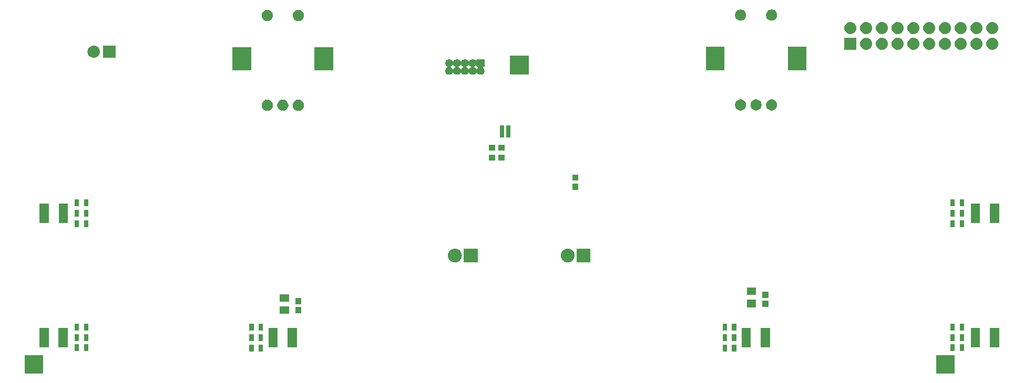
<source format=gbr>
G04 #@! TF.GenerationSoftware,KiCad,Pcbnew,5.0.2-bee76a0~70~ubuntu18.04.1*
G04 #@! TF.CreationDate,2019-04-15T14:09:08+02:00*
G04 #@! TF.ProjectId,top-board,746f702d-626f-4617-9264-2e6b69636164,rev?*
G04 #@! TF.SameCoordinates,PX47b3528PY2897428*
G04 #@! TF.FileFunction,Soldermask,Bot*
G04 #@! TF.FilePolarity,Negative*
%FSLAX46Y46*%
G04 Gerber Fmt 4.6, Leading zero omitted, Abs format (unit mm)*
G04 Created by KiCad (PCBNEW 5.0.2-bee76a0~70~ubuntu18.04.1) date Mon 15 Apr 2019 02:09:08 PM CEST*
%MOMM*%
%LPD*%
G01*
G04 APERTURE LIST*
%ADD10C,0.100000*%
G04 APERTURE END LIST*
D10*
G36*
X151614000Y-56516400D02*
X148614000Y-56516400D01*
X148614000Y-53516400D01*
X151614000Y-53516400D01*
X151614000Y-56516400D01*
X151614000Y-56516400D01*
G37*
G36*
X4827400Y-56516400D02*
X1827400Y-56516400D01*
X1827400Y-53516400D01*
X4827400Y-53516400D01*
X4827400Y-56516400D01*
X4827400Y-56516400D01*
G37*
G36*
X38716600Y-52958000D02*
X38016600Y-52958000D01*
X38016600Y-51858000D01*
X38716600Y-51858000D01*
X38716600Y-52958000D01*
X38716600Y-52958000D01*
G37*
G36*
X114942000Y-52958000D02*
X114242000Y-52958000D01*
X114242000Y-51858000D01*
X114942000Y-51858000D01*
X114942000Y-52958000D01*
X114942000Y-52958000D01*
G37*
G36*
X116442000Y-52958000D02*
X115742000Y-52958000D01*
X115742000Y-51858000D01*
X116442000Y-51858000D01*
X116442000Y-52958000D01*
X116442000Y-52958000D01*
G37*
G36*
X40216600Y-52958000D02*
X39516600Y-52958000D01*
X39516600Y-51858000D01*
X40216600Y-51858000D01*
X40216600Y-52958000D01*
X40216600Y-52958000D01*
G37*
G36*
X153132300Y-52907200D02*
X152432300Y-52907200D01*
X152432300Y-51807200D01*
X153132300Y-51807200D01*
X153132300Y-52907200D01*
X153132300Y-52907200D01*
G37*
G36*
X151632300Y-52907200D02*
X150932300Y-52907200D01*
X150932300Y-51807200D01*
X151632300Y-51807200D01*
X151632300Y-52907200D01*
X151632300Y-52907200D01*
G37*
G36*
X10560700Y-52907200D02*
X9860700Y-52907200D01*
X9860700Y-51807200D01*
X10560700Y-51807200D01*
X10560700Y-52907200D01*
X10560700Y-52907200D01*
G37*
G36*
X12060700Y-52907200D02*
X11360700Y-52907200D01*
X11360700Y-51807200D01*
X12060700Y-51807200D01*
X12060700Y-52907200D01*
X12060700Y-52907200D01*
G37*
G36*
X42583800Y-52256200D02*
X41083800Y-52256200D01*
X41083800Y-49156200D01*
X42583800Y-49156200D01*
X42583800Y-52256200D01*
X42583800Y-52256200D01*
G37*
G36*
X45683800Y-52256200D02*
X44183800Y-52256200D01*
X44183800Y-49156200D01*
X45683800Y-49156200D01*
X45683800Y-52256200D01*
X45683800Y-52256200D01*
G37*
G36*
X121896500Y-52256200D02*
X120396500Y-52256200D01*
X120396500Y-49156200D01*
X121896500Y-49156200D01*
X121896500Y-52256200D01*
X121896500Y-52256200D01*
G37*
G36*
X118796500Y-52256200D02*
X117296500Y-52256200D01*
X117296500Y-49156200D01*
X118796500Y-49156200D01*
X118796500Y-52256200D01*
X118796500Y-52256200D01*
G37*
G36*
X158790000Y-52243500D02*
X157290000Y-52243500D01*
X157290000Y-49143500D01*
X158790000Y-49143500D01*
X158790000Y-52243500D01*
X158790000Y-52243500D01*
G37*
G36*
X155690000Y-52243500D02*
X154190000Y-52243500D01*
X154190000Y-49143500D01*
X155690000Y-49143500D01*
X155690000Y-52243500D01*
X155690000Y-52243500D01*
G37*
G36*
X8790300Y-52243500D02*
X7290300Y-52243500D01*
X7290300Y-49143500D01*
X8790300Y-49143500D01*
X8790300Y-52243500D01*
X8790300Y-52243500D01*
G37*
G36*
X5690300Y-52243500D02*
X4190300Y-52243500D01*
X4190300Y-49143500D01*
X5690300Y-49143500D01*
X5690300Y-52243500D01*
X5690300Y-52243500D01*
G37*
G36*
X114942000Y-51256200D02*
X114242000Y-51256200D01*
X114242000Y-50156200D01*
X114942000Y-50156200D01*
X114942000Y-51256200D01*
X114942000Y-51256200D01*
G37*
G36*
X38716600Y-51256200D02*
X38016600Y-51256200D01*
X38016600Y-50156200D01*
X38716600Y-50156200D01*
X38716600Y-51256200D01*
X38716600Y-51256200D01*
G37*
G36*
X40216600Y-51256200D02*
X39516600Y-51256200D01*
X39516600Y-50156200D01*
X40216600Y-50156200D01*
X40216600Y-51256200D01*
X40216600Y-51256200D01*
G37*
G36*
X116442000Y-51256200D02*
X115742000Y-51256200D01*
X115742000Y-50156200D01*
X116442000Y-50156200D01*
X116442000Y-51256200D01*
X116442000Y-51256200D01*
G37*
G36*
X12060700Y-51230800D02*
X11360700Y-51230800D01*
X11360700Y-50130800D01*
X12060700Y-50130800D01*
X12060700Y-51230800D01*
X12060700Y-51230800D01*
G37*
G36*
X151632300Y-51230800D02*
X150932300Y-51230800D01*
X150932300Y-50130800D01*
X151632300Y-50130800D01*
X151632300Y-51230800D01*
X151632300Y-51230800D01*
G37*
G36*
X153132300Y-51230800D02*
X152432300Y-51230800D01*
X152432300Y-50130800D01*
X153132300Y-50130800D01*
X153132300Y-51230800D01*
X153132300Y-51230800D01*
G37*
G36*
X10560700Y-51230800D02*
X9860700Y-51230800D01*
X9860700Y-50130800D01*
X10560700Y-50130800D01*
X10560700Y-51230800D01*
X10560700Y-51230800D01*
G37*
G36*
X116442000Y-49579800D02*
X115742000Y-49579800D01*
X115742000Y-48479800D01*
X116442000Y-48479800D01*
X116442000Y-49579800D01*
X116442000Y-49579800D01*
G37*
G36*
X114942000Y-49579800D02*
X114242000Y-49579800D01*
X114242000Y-48479800D01*
X114942000Y-48479800D01*
X114942000Y-49579800D01*
X114942000Y-49579800D01*
G37*
G36*
X40216600Y-49554400D02*
X39516600Y-49554400D01*
X39516600Y-48454400D01*
X40216600Y-48454400D01*
X40216600Y-49554400D01*
X40216600Y-49554400D01*
G37*
G36*
X153132300Y-49554400D02*
X152432300Y-49554400D01*
X152432300Y-48454400D01*
X153132300Y-48454400D01*
X153132300Y-49554400D01*
X153132300Y-49554400D01*
G37*
G36*
X151632300Y-49554400D02*
X150932300Y-49554400D01*
X150932300Y-48454400D01*
X151632300Y-48454400D01*
X151632300Y-49554400D01*
X151632300Y-49554400D01*
G37*
G36*
X38716600Y-49554400D02*
X38016600Y-49554400D01*
X38016600Y-48454400D01*
X38716600Y-48454400D01*
X38716600Y-49554400D01*
X38716600Y-49554400D01*
G37*
G36*
X12060700Y-49554400D02*
X11360700Y-49554400D01*
X11360700Y-48454400D01*
X12060700Y-48454400D01*
X12060700Y-49554400D01*
X12060700Y-49554400D01*
G37*
G36*
X10560700Y-49554400D02*
X9860700Y-49554400D01*
X9860700Y-48454400D01*
X10560700Y-48454400D01*
X10560700Y-49554400D01*
X10560700Y-49554400D01*
G37*
G36*
X44380700Y-46892000D02*
X42930700Y-46892000D01*
X42930700Y-45692000D01*
X44380700Y-45692000D01*
X44380700Y-46892000D01*
X44380700Y-46892000D01*
G37*
G36*
X46353200Y-46796000D02*
X45403200Y-46796000D01*
X45403200Y-45796000D01*
X46353200Y-45796000D01*
X46353200Y-46796000D01*
X46353200Y-46796000D01*
G37*
G36*
X119628200Y-45812500D02*
X118178200Y-45812500D01*
X118178200Y-44612500D01*
X119628200Y-44612500D01*
X119628200Y-45812500D01*
X119628200Y-45812500D01*
G37*
G36*
X121600700Y-45780000D02*
X120650700Y-45780000D01*
X120650700Y-44780000D01*
X121600700Y-44780000D01*
X121600700Y-45780000D01*
X121600700Y-45780000D01*
G37*
G36*
X46353200Y-45296000D02*
X45403200Y-45296000D01*
X45403200Y-44296000D01*
X46353200Y-44296000D01*
X46353200Y-45296000D01*
X46353200Y-45296000D01*
G37*
G36*
X44380700Y-44892000D02*
X42930700Y-44892000D01*
X42930700Y-43692000D01*
X44380700Y-43692000D01*
X44380700Y-44892000D01*
X44380700Y-44892000D01*
G37*
G36*
X121600700Y-44280000D02*
X120650700Y-44280000D01*
X120650700Y-43280000D01*
X121600700Y-43280000D01*
X121600700Y-44280000D01*
X121600700Y-44280000D01*
G37*
G36*
X119628200Y-43812500D02*
X118178200Y-43812500D01*
X118178200Y-42612500D01*
X119628200Y-42612500D01*
X119628200Y-43812500D01*
X119628200Y-43812500D01*
G37*
G36*
X89374709Y-36334630D02*
X89505874Y-36347548D01*
X89716241Y-36411362D01*
X89764067Y-36436925D01*
X89910116Y-36514990D01*
X90080049Y-36654451D01*
X90219510Y-36824384D01*
X90297575Y-36970433D01*
X90323138Y-37018259D01*
X90386952Y-37228626D01*
X90408499Y-37447400D01*
X90386952Y-37666174D01*
X90323138Y-37876541D01*
X90323135Y-37876546D01*
X90219510Y-38070416D01*
X90080049Y-38240349D01*
X89910116Y-38379810D01*
X89764067Y-38457875D01*
X89716241Y-38483438D01*
X89505874Y-38547252D01*
X89374709Y-38560170D01*
X89341919Y-38563400D01*
X89232281Y-38563400D01*
X89199491Y-38560170D01*
X89068326Y-38547252D01*
X88857959Y-38483438D01*
X88810133Y-38457875D01*
X88664084Y-38379810D01*
X88494151Y-38240349D01*
X88354690Y-38070416D01*
X88251065Y-37876546D01*
X88251062Y-37876541D01*
X88187248Y-37666174D01*
X88165701Y-37447400D01*
X88187248Y-37228626D01*
X88251062Y-37018259D01*
X88276625Y-36970433D01*
X88354690Y-36824384D01*
X88494151Y-36654451D01*
X88664084Y-36514990D01*
X88810133Y-36436925D01*
X88857959Y-36411362D01*
X89068326Y-36347548D01*
X89199491Y-36334630D01*
X89232281Y-36331400D01*
X89341919Y-36331400D01*
X89374709Y-36334630D01*
X89374709Y-36334630D01*
G37*
G36*
X92943100Y-38563400D02*
X90711100Y-38563400D01*
X90711100Y-36331400D01*
X92943100Y-36331400D01*
X92943100Y-38563400D01*
X92943100Y-38563400D01*
G37*
G36*
X74782100Y-38563400D02*
X72550100Y-38563400D01*
X72550100Y-36331400D01*
X74782100Y-36331400D01*
X74782100Y-38563400D01*
X74782100Y-38563400D01*
G37*
G36*
X71213709Y-36334630D02*
X71344874Y-36347548D01*
X71555241Y-36411362D01*
X71603067Y-36436925D01*
X71749116Y-36514990D01*
X71919049Y-36654451D01*
X72058510Y-36824384D01*
X72136575Y-36970433D01*
X72162138Y-37018259D01*
X72225952Y-37228626D01*
X72247499Y-37447400D01*
X72225952Y-37666174D01*
X72162138Y-37876541D01*
X72162135Y-37876546D01*
X72058510Y-38070416D01*
X71919049Y-38240349D01*
X71749116Y-38379810D01*
X71603067Y-38457875D01*
X71555241Y-38483438D01*
X71344874Y-38547252D01*
X71213709Y-38560170D01*
X71180919Y-38563400D01*
X71071281Y-38563400D01*
X71038491Y-38560170D01*
X70907326Y-38547252D01*
X70696959Y-38483438D01*
X70649133Y-38457875D01*
X70503084Y-38379810D01*
X70333151Y-38240349D01*
X70193690Y-38070416D01*
X70090065Y-37876546D01*
X70090062Y-37876541D01*
X70026248Y-37666174D01*
X70004701Y-37447400D01*
X70026248Y-37228626D01*
X70090062Y-37018259D01*
X70115625Y-36970433D01*
X70193690Y-36824384D01*
X70333151Y-36654451D01*
X70503084Y-36514990D01*
X70649133Y-36436925D01*
X70696959Y-36411362D01*
X70907326Y-36347548D01*
X71038491Y-36334630D01*
X71071281Y-36331400D01*
X71180919Y-36331400D01*
X71213709Y-36334630D01*
X71213709Y-36334630D01*
G37*
G36*
X10560700Y-32866600D02*
X9860700Y-32866600D01*
X9860700Y-31766600D01*
X10560700Y-31766600D01*
X10560700Y-32866600D01*
X10560700Y-32866600D01*
G37*
G36*
X12060700Y-32866600D02*
X11360700Y-32866600D01*
X11360700Y-31766600D01*
X12060700Y-31766600D01*
X12060700Y-32866600D01*
X12060700Y-32866600D01*
G37*
G36*
X151632300Y-32866600D02*
X150932300Y-32866600D01*
X150932300Y-31766600D01*
X151632300Y-31766600D01*
X151632300Y-32866600D01*
X151632300Y-32866600D01*
G37*
G36*
X153132300Y-32866600D02*
X152432300Y-32866600D01*
X152432300Y-31766600D01*
X153132300Y-31766600D01*
X153132300Y-32866600D01*
X153132300Y-32866600D01*
G37*
G36*
X8803000Y-32190200D02*
X7303000Y-32190200D01*
X7303000Y-29090200D01*
X8803000Y-29090200D01*
X8803000Y-32190200D01*
X8803000Y-32190200D01*
G37*
G36*
X158790000Y-32190200D02*
X157290000Y-32190200D01*
X157290000Y-29090200D01*
X158790000Y-29090200D01*
X158790000Y-32190200D01*
X158790000Y-32190200D01*
G37*
G36*
X155690000Y-32190200D02*
X154190000Y-32190200D01*
X154190000Y-29090200D01*
X155690000Y-29090200D01*
X155690000Y-32190200D01*
X155690000Y-32190200D01*
G37*
G36*
X5703000Y-32190200D02*
X4203000Y-32190200D01*
X4203000Y-29090200D01*
X5703000Y-29090200D01*
X5703000Y-32190200D01*
X5703000Y-32190200D01*
G37*
G36*
X10560700Y-31190200D02*
X9860700Y-31190200D01*
X9860700Y-30090200D01*
X10560700Y-30090200D01*
X10560700Y-31190200D01*
X10560700Y-31190200D01*
G37*
G36*
X153132300Y-31190200D02*
X152432300Y-31190200D01*
X152432300Y-30090200D01*
X153132300Y-30090200D01*
X153132300Y-31190200D01*
X153132300Y-31190200D01*
G37*
G36*
X151632300Y-31190200D02*
X150932300Y-31190200D01*
X150932300Y-30090200D01*
X151632300Y-30090200D01*
X151632300Y-31190200D01*
X151632300Y-31190200D01*
G37*
G36*
X12060700Y-31190200D02*
X11360700Y-31190200D01*
X11360700Y-30090200D01*
X12060700Y-30090200D01*
X12060700Y-31190200D01*
X12060700Y-31190200D01*
G37*
G36*
X12060700Y-29513800D02*
X11360700Y-29513800D01*
X11360700Y-28413800D01*
X12060700Y-28413800D01*
X12060700Y-29513800D01*
X12060700Y-29513800D01*
G37*
G36*
X10560700Y-29513800D02*
X9860700Y-29513800D01*
X9860700Y-28413800D01*
X10560700Y-28413800D01*
X10560700Y-29513800D01*
X10560700Y-29513800D01*
G37*
G36*
X153132300Y-29513800D02*
X152432300Y-29513800D01*
X152432300Y-28413800D01*
X153132300Y-28413800D01*
X153132300Y-29513800D01*
X153132300Y-29513800D01*
G37*
G36*
X151632300Y-29513800D02*
X150932300Y-29513800D01*
X150932300Y-28413800D01*
X151632300Y-28413800D01*
X151632300Y-29513800D01*
X151632300Y-29513800D01*
G37*
G36*
X90963100Y-26886400D02*
X90013100Y-26886400D01*
X90013100Y-25886400D01*
X90963100Y-25886400D01*
X90963100Y-26886400D01*
X90963100Y-26886400D01*
G37*
G36*
X90963100Y-25386400D02*
X90013100Y-25386400D01*
X90013100Y-24386400D01*
X90963100Y-24386400D01*
X90963100Y-25386400D01*
X90963100Y-25386400D01*
G37*
G36*
X79101600Y-22174400D02*
X78101600Y-22174400D01*
X78101600Y-21224400D01*
X79101600Y-21224400D01*
X79101600Y-22174400D01*
X79101600Y-22174400D01*
G37*
G36*
X77601600Y-22174400D02*
X76601600Y-22174400D01*
X76601600Y-21224400D01*
X77601600Y-21224400D01*
X77601600Y-22174400D01*
X77601600Y-22174400D01*
G37*
G36*
X77601600Y-20523400D02*
X76601600Y-20523400D01*
X76601600Y-19573400D01*
X77601600Y-19573400D01*
X77601600Y-20523400D01*
X77601600Y-20523400D01*
G37*
G36*
X79101600Y-20523400D02*
X78101600Y-20523400D01*
X78101600Y-19573400D01*
X79101600Y-19573400D01*
X79101600Y-20523400D01*
X79101600Y-20523400D01*
G37*
G36*
X79086600Y-18454900D02*
X78386600Y-18454900D01*
X78386600Y-16434900D01*
X79086600Y-16434900D01*
X79086600Y-18454900D01*
X79086600Y-18454900D01*
G37*
G36*
X80086600Y-18454900D02*
X79386600Y-18454900D01*
X79386600Y-16434900D01*
X80086600Y-16434900D01*
X80086600Y-18454900D01*
X80086600Y-18454900D01*
G37*
G36*
X46160921Y-12350386D02*
X46324709Y-12418229D01*
X46472120Y-12516726D01*
X46597474Y-12642080D01*
X46695971Y-12789491D01*
X46763814Y-12953279D01*
X46798400Y-13127156D01*
X46798400Y-13304444D01*
X46763814Y-13478321D01*
X46695971Y-13642109D01*
X46597474Y-13789520D01*
X46472120Y-13914874D01*
X46324709Y-14013371D01*
X46160921Y-14081214D01*
X45987044Y-14115800D01*
X45809756Y-14115800D01*
X45635879Y-14081214D01*
X45472091Y-14013371D01*
X45324680Y-13914874D01*
X45199326Y-13789520D01*
X45100829Y-13642109D01*
X45032986Y-13478321D01*
X44998400Y-13304444D01*
X44998400Y-13127156D01*
X45032986Y-12953279D01*
X45100829Y-12789491D01*
X45199326Y-12642080D01*
X45324680Y-12516726D01*
X45472091Y-12418229D01*
X45635879Y-12350386D01*
X45809756Y-12315800D01*
X45987044Y-12315800D01*
X46160921Y-12350386D01*
X46160921Y-12350386D01*
G37*
G36*
X43660921Y-12350386D02*
X43824709Y-12418229D01*
X43972120Y-12516726D01*
X44097474Y-12642080D01*
X44195971Y-12789491D01*
X44263814Y-12953279D01*
X44298400Y-13127156D01*
X44298400Y-13304444D01*
X44263814Y-13478321D01*
X44195971Y-13642109D01*
X44097474Y-13789520D01*
X43972120Y-13914874D01*
X43824709Y-14013371D01*
X43660921Y-14081214D01*
X43487044Y-14115800D01*
X43309756Y-14115800D01*
X43135879Y-14081214D01*
X42972091Y-14013371D01*
X42824680Y-13914874D01*
X42699326Y-13789520D01*
X42600829Y-13642109D01*
X42532986Y-13478321D01*
X42498400Y-13304444D01*
X42498400Y-13127156D01*
X42532986Y-12953279D01*
X42600829Y-12789491D01*
X42699326Y-12642080D01*
X42824680Y-12516726D01*
X42972091Y-12418229D01*
X43135879Y-12350386D01*
X43309756Y-12315800D01*
X43487044Y-12315800D01*
X43660921Y-12350386D01*
X43660921Y-12350386D01*
G37*
G36*
X41160921Y-12350386D02*
X41324709Y-12418229D01*
X41472120Y-12516726D01*
X41597474Y-12642080D01*
X41695971Y-12789491D01*
X41763814Y-12953279D01*
X41798400Y-13127156D01*
X41798400Y-13304444D01*
X41763814Y-13478321D01*
X41695971Y-13642109D01*
X41597474Y-13789520D01*
X41472120Y-13914874D01*
X41324709Y-14013371D01*
X41160921Y-14081214D01*
X40987044Y-14115800D01*
X40809756Y-14115800D01*
X40635879Y-14081214D01*
X40472091Y-14013371D01*
X40324680Y-13914874D01*
X40199326Y-13789520D01*
X40100829Y-13642109D01*
X40032986Y-13478321D01*
X39998400Y-13304444D01*
X39998400Y-13127156D01*
X40032986Y-12953279D01*
X40100829Y-12789491D01*
X40199326Y-12642080D01*
X40324680Y-12516726D01*
X40472091Y-12418229D01*
X40635879Y-12350386D01*
X40809756Y-12315800D01*
X40987044Y-12315800D01*
X41160921Y-12350386D01*
X41160921Y-12350386D01*
G37*
G36*
X119886321Y-12299586D02*
X120050109Y-12367429D01*
X120197520Y-12465926D01*
X120322874Y-12591280D01*
X120421371Y-12738691D01*
X120489214Y-12902479D01*
X120523800Y-13076356D01*
X120523800Y-13253644D01*
X120489214Y-13427521D01*
X120421371Y-13591309D01*
X120322874Y-13738720D01*
X120197520Y-13864074D01*
X120050109Y-13962571D01*
X119886321Y-14030414D01*
X119712444Y-14065000D01*
X119535156Y-14065000D01*
X119361279Y-14030414D01*
X119197491Y-13962571D01*
X119050080Y-13864074D01*
X118924726Y-13738720D01*
X118826229Y-13591309D01*
X118758386Y-13427521D01*
X118723800Y-13253644D01*
X118723800Y-13076356D01*
X118758386Y-12902479D01*
X118826229Y-12738691D01*
X118924726Y-12591280D01*
X119050080Y-12465926D01*
X119197491Y-12367429D01*
X119361279Y-12299586D01*
X119535156Y-12265000D01*
X119712444Y-12265000D01*
X119886321Y-12299586D01*
X119886321Y-12299586D01*
G37*
G36*
X122386321Y-12299586D02*
X122550109Y-12367429D01*
X122697520Y-12465926D01*
X122822874Y-12591280D01*
X122921371Y-12738691D01*
X122989214Y-12902479D01*
X123023800Y-13076356D01*
X123023800Y-13253644D01*
X122989214Y-13427521D01*
X122921371Y-13591309D01*
X122822874Y-13738720D01*
X122697520Y-13864074D01*
X122550109Y-13962571D01*
X122386321Y-14030414D01*
X122212444Y-14065000D01*
X122035156Y-14065000D01*
X121861279Y-14030414D01*
X121697491Y-13962571D01*
X121550080Y-13864074D01*
X121424726Y-13738720D01*
X121326229Y-13591309D01*
X121258386Y-13427521D01*
X121223800Y-13253644D01*
X121223800Y-13076356D01*
X121258386Y-12902479D01*
X121326229Y-12738691D01*
X121424726Y-12591280D01*
X121550080Y-12465926D01*
X121697491Y-12367429D01*
X121861279Y-12299586D01*
X122035156Y-12265000D01*
X122212444Y-12265000D01*
X122386321Y-12299586D01*
X122386321Y-12299586D01*
G37*
G36*
X117386321Y-12299586D02*
X117550109Y-12367429D01*
X117697520Y-12465926D01*
X117822874Y-12591280D01*
X117921371Y-12738691D01*
X117989214Y-12902479D01*
X118023800Y-13076356D01*
X118023800Y-13253644D01*
X117989214Y-13427521D01*
X117921371Y-13591309D01*
X117822874Y-13738720D01*
X117697520Y-13864074D01*
X117550109Y-13962571D01*
X117386321Y-14030414D01*
X117212444Y-14065000D01*
X117035156Y-14065000D01*
X116861279Y-14030414D01*
X116697491Y-13962571D01*
X116550080Y-13864074D01*
X116424726Y-13738720D01*
X116326229Y-13591309D01*
X116258386Y-13427521D01*
X116223800Y-13253644D01*
X116223800Y-13076356D01*
X116258386Y-12902479D01*
X116326229Y-12738691D01*
X116424726Y-12591280D01*
X116550080Y-12465926D01*
X116697491Y-12367429D01*
X116861279Y-12299586D01*
X117035156Y-12265000D01*
X117212444Y-12265000D01*
X117386321Y-12299586D01*
X117386321Y-12299586D01*
G37*
G36*
X70350403Y-5794918D02*
X70350405Y-5794919D01*
X70350406Y-5794919D01*
X70464148Y-5842032D01*
X70464149Y-5842033D01*
X70566517Y-5910433D01*
X70653567Y-5997483D01*
X70699166Y-6065727D01*
X70714711Y-6084669D01*
X70733653Y-6100215D01*
X70755264Y-6111766D01*
X70778713Y-6118879D01*
X70803100Y-6121281D01*
X70827486Y-6118879D01*
X70850935Y-6111766D01*
X70872546Y-6100215D01*
X70891488Y-6084670D01*
X70907034Y-6065727D01*
X70952633Y-5997483D01*
X71039683Y-5910433D01*
X71142051Y-5842033D01*
X71142052Y-5842032D01*
X71255794Y-5794919D01*
X71255795Y-5794919D01*
X71255797Y-5794918D01*
X71376541Y-5770900D01*
X71499659Y-5770900D01*
X71620403Y-5794918D01*
X71620405Y-5794919D01*
X71620406Y-5794919D01*
X71734148Y-5842032D01*
X71734149Y-5842033D01*
X71836517Y-5910433D01*
X71923567Y-5997483D01*
X71969166Y-6065727D01*
X71984711Y-6084669D01*
X72003653Y-6100215D01*
X72025264Y-6111766D01*
X72048713Y-6118879D01*
X72073100Y-6121281D01*
X72097486Y-6118879D01*
X72120935Y-6111766D01*
X72142546Y-6100215D01*
X72161488Y-6084670D01*
X72177034Y-6065727D01*
X72222633Y-5997483D01*
X72309683Y-5910433D01*
X72412051Y-5842033D01*
X72412052Y-5842032D01*
X72525794Y-5794919D01*
X72525795Y-5794919D01*
X72525797Y-5794918D01*
X72646541Y-5770900D01*
X72769659Y-5770900D01*
X72890403Y-5794918D01*
X72890405Y-5794919D01*
X72890406Y-5794919D01*
X73004148Y-5842032D01*
X73004149Y-5842033D01*
X73106517Y-5910433D01*
X73193567Y-5997483D01*
X73239166Y-6065727D01*
X73254711Y-6084669D01*
X73273653Y-6100215D01*
X73295264Y-6111766D01*
X73318713Y-6118879D01*
X73343100Y-6121281D01*
X73367486Y-6118879D01*
X73390935Y-6111766D01*
X73412546Y-6100215D01*
X73431488Y-6084670D01*
X73447034Y-6065727D01*
X73492633Y-5997483D01*
X73579683Y-5910433D01*
X73682051Y-5842033D01*
X73682052Y-5842032D01*
X73795794Y-5794919D01*
X73795795Y-5794919D01*
X73795797Y-5794918D01*
X73916541Y-5770900D01*
X74039659Y-5770900D01*
X74160403Y-5794918D01*
X74160405Y-5794919D01*
X74160406Y-5794919D01*
X74274148Y-5842032D01*
X74274149Y-5842033D01*
X74376517Y-5910433D01*
X74409712Y-5943628D01*
X74428654Y-5959174D01*
X74450265Y-5970725D01*
X74473714Y-5977838D01*
X74498100Y-5980240D01*
X74522486Y-5977838D01*
X74545935Y-5970725D01*
X74567546Y-5959174D01*
X74586488Y-5943628D01*
X74602034Y-5924686D01*
X74613585Y-5903075D01*
X74620698Y-5879626D01*
X74623100Y-5855240D01*
X74623100Y-5770900D01*
X75873100Y-5770900D01*
X75873100Y-7020900D01*
X75788760Y-7020900D01*
X75764374Y-7023302D01*
X75740925Y-7030415D01*
X75719314Y-7041966D01*
X75700372Y-7057512D01*
X75684826Y-7076454D01*
X75673275Y-7098065D01*
X75666162Y-7121514D01*
X75663760Y-7145900D01*
X75666162Y-7170286D01*
X75673275Y-7193735D01*
X75684826Y-7215346D01*
X75700372Y-7234288D01*
X75733567Y-7267483D01*
X75733569Y-7267486D01*
X75801968Y-7369852D01*
X75849081Y-7483594D01*
X75873100Y-7604343D01*
X75873100Y-7727457D01*
X75849081Y-7848206D01*
X75801968Y-7961948D01*
X75791823Y-7977131D01*
X75733567Y-8064317D01*
X75646517Y-8151367D01*
X75646514Y-8151369D01*
X75544148Y-8219768D01*
X75430406Y-8266881D01*
X75430405Y-8266881D01*
X75430403Y-8266882D01*
X75309659Y-8290900D01*
X75186541Y-8290900D01*
X75065797Y-8266882D01*
X75065795Y-8266881D01*
X75065794Y-8266881D01*
X74952052Y-8219768D01*
X74849686Y-8151369D01*
X74849683Y-8151367D01*
X74762633Y-8064317D01*
X74717034Y-7996073D01*
X74701489Y-7977131D01*
X74682547Y-7961585D01*
X74660936Y-7950034D01*
X74637487Y-7942921D01*
X74613100Y-7940519D01*
X74588714Y-7942921D01*
X74565265Y-7950034D01*
X74543654Y-7961585D01*
X74524712Y-7977130D01*
X74509166Y-7996073D01*
X74463567Y-8064317D01*
X74376517Y-8151367D01*
X74376514Y-8151369D01*
X74274148Y-8219768D01*
X74160406Y-8266881D01*
X74160405Y-8266881D01*
X74160403Y-8266882D01*
X74039659Y-8290900D01*
X73916541Y-8290900D01*
X73795797Y-8266882D01*
X73795795Y-8266881D01*
X73795794Y-8266881D01*
X73682052Y-8219768D01*
X73579686Y-8151369D01*
X73579683Y-8151367D01*
X73492633Y-8064317D01*
X73447034Y-7996073D01*
X73431489Y-7977131D01*
X73412547Y-7961585D01*
X73390936Y-7950034D01*
X73367487Y-7942921D01*
X73343100Y-7940519D01*
X73318714Y-7942921D01*
X73295265Y-7950034D01*
X73273654Y-7961585D01*
X73254712Y-7977130D01*
X73239166Y-7996073D01*
X73193567Y-8064317D01*
X73106517Y-8151367D01*
X73106514Y-8151369D01*
X73004148Y-8219768D01*
X72890406Y-8266881D01*
X72890405Y-8266881D01*
X72890403Y-8266882D01*
X72769659Y-8290900D01*
X72646541Y-8290900D01*
X72525797Y-8266882D01*
X72525795Y-8266881D01*
X72525794Y-8266881D01*
X72412052Y-8219768D01*
X72309686Y-8151369D01*
X72309683Y-8151367D01*
X72222633Y-8064317D01*
X72177034Y-7996073D01*
X72161489Y-7977131D01*
X72142547Y-7961585D01*
X72120936Y-7950034D01*
X72097487Y-7942921D01*
X72073100Y-7940519D01*
X72048714Y-7942921D01*
X72025265Y-7950034D01*
X72003654Y-7961585D01*
X71984712Y-7977130D01*
X71969166Y-7996073D01*
X71923567Y-8064317D01*
X71836517Y-8151367D01*
X71836514Y-8151369D01*
X71734148Y-8219768D01*
X71620406Y-8266881D01*
X71620405Y-8266881D01*
X71620403Y-8266882D01*
X71499659Y-8290900D01*
X71376541Y-8290900D01*
X71255797Y-8266882D01*
X71255795Y-8266881D01*
X71255794Y-8266881D01*
X71142052Y-8219768D01*
X71039686Y-8151369D01*
X71039683Y-8151367D01*
X70952633Y-8064317D01*
X70907034Y-7996073D01*
X70891489Y-7977131D01*
X70872547Y-7961585D01*
X70850936Y-7950034D01*
X70827487Y-7942921D01*
X70803100Y-7940519D01*
X70778714Y-7942921D01*
X70755265Y-7950034D01*
X70733654Y-7961585D01*
X70714712Y-7977130D01*
X70699166Y-7996073D01*
X70653567Y-8064317D01*
X70566517Y-8151367D01*
X70566514Y-8151369D01*
X70464148Y-8219768D01*
X70350406Y-8266881D01*
X70350405Y-8266881D01*
X70350403Y-8266882D01*
X70229659Y-8290900D01*
X70106541Y-8290900D01*
X69985797Y-8266882D01*
X69985795Y-8266881D01*
X69985794Y-8266881D01*
X69872052Y-8219768D01*
X69769686Y-8151369D01*
X69769683Y-8151367D01*
X69682633Y-8064317D01*
X69624377Y-7977131D01*
X69614232Y-7961948D01*
X69567119Y-7848206D01*
X69543100Y-7727457D01*
X69543100Y-7604343D01*
X69567119Y-7483594D01*
X69614232Y-7369852D01*
X69682631Y-7267486D01*
X69682633Y-7267483D01*
X69769683Y-7180433D01*
X69837927Y-7134834D01*
X69856869Y-7119289D01*
X69872415Y-7100347D01*
X69883966Y-7078736D01*
X69891079Y-7055287D01*
X69893481Y-7030900D01*
X70442719Y-7030900D01*
X70445121Y-7055286D01*
X70452234Y-7078735D01*
X70463785Y-7100346D01*
X70479330Y-7119288D01*
X70498273Y-7134834D01*
X70566517Y-7180433D01*
X70653567Y-7267483D01*
X70699166Y-7335727D01*
X70714711Y-7354669D01*
X70733653Y-7370215D01*
X70755264Y-7381766D01*
X70778713Y-7388879D01*
X70803100Y-7391281D01*
X70827486Y-7388879D01*
X70850935Y-7381766D01*
X70872546Y-7370215D01*
X70891488Y-7354670D01*
X70907034Y-7335727D01*
X70952633Y-7267483D01*
X71039683Y-7180433D01*
X71107927Y-7134834D01*
X71126869Y-7119289D01*
X71142415Y-7100347D01*
X71153966Y-7078736D01*
X71161079Y-7055287D01*
X71163481Y-7030900D01*
X71712719Y-7030900D01*
X71715121Y-7055286D01*
X71722234Y-7078735D01*
X71733785Y-7100346D01*
X71749330Y-7119288D01*
X71768273Y-7134834D01*
X71836517Y-7180433D01*
X71923567Y-7267483D01*
X71969166Y-7335727D01*
X71984711Y-7354669D01*
X72003653Y-7370215D01*
X72025264Y-7381766D01*
X72048713Y-7388879D01*
X72073100Y-7391281D01*
X72097486Y-7388879D01*
X72120935Y-7381766D01*
X72142546Y-7370215D01*
X72161488Y-7354670D01*
X72177034Y-7335727D01*
X72222633Y-7267483D01*
X72309683Y-7180433D01*
X72377927Y-7134834D01*
X72396869Y-7119289D01*
X72412415Y-7100347D01*
X72423966Y-7078736D01*
X72431079Y-7055287D01*
X72433481Y-7030900D01*
X72982719Y-7030900D01*
X72985121Y-7055286D01*
X72992234Y-7078735D01*
X73003785Y-7100346D01*
X73019330Y-7119288D01*
X73038273Y-7134834D01*
X73106517Y-7180433D01*
X73193567Y-7267483D01*
X73239166Y-7335727D01*
X73254711Y-7354669D01*
X73273653Y-7370215D01*
X73295264Y-7381766D01*
X73318713Y-7388879D01*
X73343100Y-7391281D01*
X73367486Y-7388879D01*
X73390935Y-7381766D01*
X73412546Y-7370215D01*
X73431488Y-7354670D01*
X73447034Y-7335727D01*
X73492633Y-7267483D01*
X73579683Y-7180433D01*
X73647927Y-7134834D01*
X73666869Y-7119289D01*
X73682415Y-7100347D01*
X73693966Y-7078736D01*
X73701079Y-7055287D01*
X73703481Y-7030900D01*
X74252719Y-7030900D01*
X74255121Y-7055286D01*
X74262234Y-7078735D01*
X74273785Y-7100346D01*
X74289330Y-7119288D01*
X74308273Y-7134834D01*
X74376517Y-7180433D01*
X74409712Y-7213628D01*
X74421059Y-7222941D01*
X74430372Y-7234288D01*
X74463567Y-7267483D01*
X74509166Y-7335727D01*
X74524711Y-7354669D01*
X74543653Y-7370215D01*
X74565264Y-7381766D01*
X74588713Y-7388879D01*
X74613100Y-7391281D01*
X74637486Y-7388879D01*
X74660935Y-7381766D01*
X74682546Y-7370215D01*
X74701488Y-7354670D01*
X74717034Y-7335727D01*
X74762633Y-7267483D01*
X74795828Y-7234288D01*
X74811374Y-7215346D01*
X74822925Y-7193735D01*
X74830038Y-7170286D01*
X74832440Y-7145900D01*
X74830038Y-7121514D01*
X74822925Y-7098065D01*
X74811374Y-7076454D01*
X74795828Y-7057512D01*
X74776886Y-7041966D01*
X74755275Y-7030415D01*
X74731826Y-7023302D01*
X74707440Y-7020900D01*
X74623100Y-7020900D01*
X74623100Y-6936560D01*
X74620698Y-6912174D01*
X74613585Y-6888725D01*
X74602034Y-6867114D01*
X74586488Y-6848172D01*
X74567546Y-6832626D01*
X74545935Y-6821075D01*
X74522486Y-6813962D01*
X74498100Y-6811560D01*
X74473714Y-6813962D01*
X74450265Y-6821075D01*
X74428654Y-6832626D01*
X74409712Y-6848172D01*
X74376517Y-6881367D01*
X74308273Y-6926966D01*
X74289331Y-6942511D01*
X74273785Y-6961453D01*
X74262234Y-6983064D01*
X74255121Y-7006513D01*
X74252719Y-7030900D01*
X73703481Y-7030900D01*
X73701079Y-7006514D01*
X73693966Y-6983065D01*
X73682415Y-6961454D01*
X73666870Y-6942512D01*
X73647927Y-6926966D01*
X73579683Y-6881367D01*
X73492633Y-6794317D01*
X73447034Y-6726073D01*
X73431489Y-6707131D01*
X73412547Y-6691585D01*
X73390936Y-6680034D01*
X73367487Y-6672921D01*
X73343100Y-6670519D01*
X73318714Y-6672921D01*
X73295265Y-6680034D01*
X73273654Y-6691585D01*
X73254712Y-6707130D01*
X73239166Y-6726073D01*
X73193567Y-6794317D01*
X73106517Y-6881367D01*
X73038273Y-6926966D01*
X73019331Y-6942511D01*
X73003785Y-6961453D01*
X72992234Y-6983064D01*
X72985121Y-7006513D01*
X72982719Y-7030900D01*
X72433481Y-7030900D01*
X72431079Y-7006514D01*
X72423966Y-6983065D01*
X72412415Y-6961454D01*
X72396870Y-6942512D01*
X72377927Y-6926966D01*
X72309683Y-6881367D01*
X72222633Y-6794317D01*
X72177034Y-6726073D01*
X72161489Y-6707131D01*
X72142547Y-6691585D01*
X72120936Y-6680034D01*
X72097487Y-6672921D01*
X72073100Y-6670519D01*
X72048714Y-6672921D01*
X72025265Y-6680034D01*
X72003654Y-6691585D01*
X71984712Y-6707130D01*
X71969166Y-6726073D01*
X71923567Y-6794317D01*
X71836517Y-6881367D01*
X71768273Y-6926966D01*
X71749331Y-6942511D01*
X71733785Y-6961453D01*
X71722234Y-6983064D01*
X71715121Y-7006513D01*
X71712719Y-7030900D01*
X71163481Y-7030900D01*
X71161079Y-7006514D01*
X71153966Y-6983065D01*
X71142415Y-6961454D01*
X71126870Y-6942512D01*
X71107927Y-6926966D01*
X71039683Y-6881367D01*
X70952633Y-6794317D01*
X70907034Y-6726073D01*
X70891489Y-6707131D01*
X70872547Y-6691585D01*
X70850936Y-6680034D01*
X70827487Y-6672921D01*
X70803100Y-6670519D01*
X70778714Y-6672921D01*
X70755265Y-6680034D01*
X70733654Y-6691585D01*
X70714712Y-6707130D01*
X70699166Y-6726073D01*
X70653567Y-6794317D01*
X70566517Y-6881367D01*
X70498273Y-6926966D01*
X70479331Y-6942511D01*
X70463785Y-6961453D01*
X70452234Y-6983064D01*
X70445121Y-7006513D01*
X70442719Y-7030900D01*
X69893481Y-7030900D01*
X69891079Y-7006514D01*
X69883966Y-6983065D01*
X69872415Y-6961454D01*
X69856870Y-6942512D01*
X69837927Y-6926966D01*
X69769683Y-6881367D01*
X69682633Y-6794317D01*
X69624377Y-6707131D01*
X69614232Y-6691948D01*
X69567119Y-6578206D01*
X69543100Y-6457457D01*
X69543100Y-6334343D01*
X69567119Y-6213594D01*
X69614232Y-6099852D01*
X69682631Y-5997486D01*
X69682633Y-5997483D01*
X69769683Y-5910433D01*
X69872051Y-5842033D01*
X69872052Y-5842032D01*
X69985794Y-5794919D01*
X69985795Y-5794919D01*
X69985797Y-5794918D01*
X70106541Y-5770900D01*
X70229659Y-5770900D01*
X70350403Y-5794918D01*
X70350403Y-5794918D01*
G37*
G36*
X82983200Y-8231000D02*
X79983200Y-8231000D01*
X79983200Y-5231000D01*
X82983200Y-5231000D01*
X82983200Y-8231000D01*
X82983200Y-8231000D01*
G37*
G36*
X51498400Y-7615800D02*
X48498400Y-7615800D01*
X48498400Y-3815800D01*
X51498400Y-3815800D01*
X51498400Y-7615800D01*
X51498400Y-7615800D01*
G37*
G36*
X38298400Y-7615800D02*
X35298400Y-7615800D01*
X35298400Y-3815800D01*
X38298400Y-3815800D01*
X38298400Y-7615800D01*
X38298400Y-7615800D01*
G37*
G36*
X127723800Y-7565000D02*
X124723800Y-7565000D01*
X124723800Y-3765000D01*
X127723800Y-3765000D01*
X127723800Y-7565000D01*
X127723800Y-7565000D01*
G37*
G36*
X114523800Y-7565000D02*
X111523800Y-7565000D01*
X111523800Y-3765000D01*
X114523800Y-3765000D01*
X114523800Y-7565000D01*
X114523800Y-7565000D01*
G37*
G36*
X13141770Y-3586469D02*
X13141773Y-3586470D01*
X13141774Y-3586470D01*
X13330275Y-3643651D01*
X13330277Y-3643652D01*
X13504000Y-3736509D01*
X13656268Y-3861472D01*
X13781231Y-4013740D01*
X13781232Y-4013742D01*
X13874089Y-4187465D01*
X13892452Y-4248000D01*
X13931271Y-4375970D01*
X13950578Y-4572000D01*
X13931271Y-4768030D01*
X13874088Y-4956537D01*
X13781231Y-5130260D01*
X13656268Y-5282528D01*
X13504000Y-5407491D01*
X13503998Y-5407492D01*
X13330275Y-5500349D01*
X13141774Y-5557530D01*
X13141773Y-5557530D01*
X13141770Y-5557531D01*
X12994864Y-5572000D01*
X12896616Y-5572000D01*
X12749710Y-5557531D01*
X12749707Y-5557530D01*
X12749706Y-5557530D01*
X12561205Y-5500349D01*
X12387482Y-5407492D01*
X12387480Y-5407491D01*
X12235212Y-5282528D01*
X12110249Y-5130260D01*
X12017392Y-4956537D01*
X11960209Y-4768030D01*
X11940902Y-4572000D01*
X11960209Y-4375970D01*
X11999028Y-4248000D01*
X12017391Y-4187465D01*
X12110248Y-4013742D01*
X12110249Y-4013740D01*
X12235212Y-3861472D01*
X12387480Y-3736509D01*
X12561203Y-3643652D01*
X12561205Y-3643651D01*
X12749706Y-3586470D01*
X12749707Y-3586470D01*
X12749710Y-3586469D01*
X12896616Y-3572000D01*
X12994864Y-3572000D01*
X13141770Y-3586469D01*
X13141770Y-3586469D01*
G37*
G36*
X16445740Y-5572000D02*
X14445740Y-5572000D01*
X14445740Y-3572000D01*
X16445740Y-3572000D01*
X16445740Y-5572000D01*
X16445740Y-5572000D01*
G37*
G36*
X142625500Y-2334742D02*
X142807136Y-2389842D01*
X142974540Y-2479321D01*
X143121265Y-2599735D01*
X143241679Y-2746460D01*
X143331158Y-2913864D01*
X143386258Y-3095500D01*
X143404862Y-3284400D01*
X143386258Y-3473300D01*
X143331158Y-3654936D01*
X143241679Y-3822340D01*
X143121265Y-3969065D01*
X142974540Y-4089479D01*
X142807136Y-4178958D01*
X142625500Y-4234058D01*
X142483938Y-4248000D01*
X142389262Y-4248000D01*
X142247700Y-4234058D01*
X142066064Y-4178958D01*
X141898660Y-4089479D01*
X141751935Y-3969065D01*
X141631521Y-3822340D01*
X141542042Y-3654936D01*
X141486942Y-3473300D01*
X141468338Y-3284400D01*
X141486942Y-3095500D01*
X141542042Y-2913864D01*
X141631521Y-2746460D01*
X141751935Y-2599735D01*
X141898660Y-2479321D01*
X142066064Y-2389842D01*
X142247700Y-2334742D01*
X142389262Y-2320800D01*
X142483938Y-2320800D01*
X142625500Y-2334742D01*
X142625500Y-2334742D01*
G37*
G36*
X135780200Y-4248000D02*
X133853000Y-4248000D01*
X133853000Y-2320800D01*
X135780200Y-2320800D01*
X135780200Y-4248000D01*
X135780200Y-4248000D01*
G37*
G36*
X137545500Y-2334742D02*
X137727136Y-2389842D01*
X137894540Y-2479321D01*
X138041265Y-2599735D01*
X138161679Y-2746460D01*
X138251158Y-2913864D01*
X138306258Y-3095500D01*
X138324862Y-3284400D01*
X138306258Y-3473300D01*
X138251158Y-3654936D01*
X138161679Y-3822340D01*
X138041265Y-3969065D01*
X137894540Y-4089479D01*
X137727136Y-4178958D01*
X137545500Y-4234058D01*
X137403938Y-4248000D01*
X137309262Y-4248000D01*
X137167700Y-4234058D01*
X136986064Y-4178958D01*
X136818660Y-4089479D01*
X136671935Y-3969065D01*
X136551521Y-3822340D01*
X136462042Y-3654936D01*
X136406942Y-3473300D01*
X136388338Y-3284400D01*
X136406942Y-3095500D01*
X136462042Y-2913864D01*
X136551521Y-2746460D01*
X136671935Y-2599735D01*
X136818660Y-2479321D01*
X136986064Y-2389842D01*
X137167700Y-2334742D01*
X137309262Y-2320800D01*
X137403938Y-2320800D01*
X137545500Y-2334742D01*
X137545500Y-2334742D01*
G37*
G36*
X140085500Y-2334742D02*
X140267136Y-2389842D01*
X140434540Y-2479321D01*
X140581265Y-2599735D01*
X140701679Y-2746460D01*
X140791158Y-2913864D01*
X140846258Y-3095500D01*
X140864862Y-3284400D01*
X140846258Y-3473300D01*
X140791158Y-3654936D01*
X140701679Y-3822340D01*
X140581265Y-3969065D01*
X140434540Y-4089479D01*
X140267136Y-4178958D01*
X140085500Y-4234058D01*
X139943938Y-4248000D01*
X139849262Y-4248000D01*
X139707700Y-4234058D01*
X139526064Y-4178958D01*
X139358660Y-4089479D01*
X139211935Y-3969065D01*
X139091521Y-3822340D01*
X139002042Y-3654936D01*
X138946942Y-3473300D01*
X138928338Y-3284400D01*
X138946942Y-3095500D01*
X139002042Y-2913864D01*
X139091521Y-2746460D01*
X139211935Y-2599735D01*
X139358660Y-2479321D01*
X139526064Y-2389842D01*
X139707700Y-2334742D01*
X139849262Y-2320800D01*
X139943938Y-2320800D01*
X140085500Y-2334742D01*
X140085500Y-2334742D01*
G37*
G36*
X147705500Y-2334742D02*
X147887136Y-2389842D01*
X148054540Y-2479321D01*
X148201265Y-2599735D01*
X148321679Y-2746460D01*
X148411158Y-2913864D01*
X148466258Y-3095500D01*
X148484862Y-3284400D01*
X148466258Y-3473300D01*
X148411158Y-3654936D01*
X148321679Y-3822340D01*
X148201265Y-3969065D01*
X148054540Y-4089479D01*
X147887136Y-4178958D01*
X147705500Y-4234058D01*
X147563938Y-4248000D01*
X147469262Y-4248000D01*
X147327700Y-4234058D01*
X147146064Y-4178958D01*
X146978660Y-4089479D01*
X146831935Y-3969065D01*
X146711521Y-3822340D01*
X146622042Y-3654936D01*
X146566942Y-3473300D01*
X146548338Y-3284400D01*
X146566942Y-3095500D01*
X146622042Y-2913864D01*
X146711521Y-2746460D01*
X146831935Y-2599735D01*
X146978660Y-2479321D01*
X147146064Y-2389842D01*
X147327700Y-2334742D01*
X147469262Y-2320800D01*
X147563938Y-2320800D01*
X147705500Y-2334742D01*
X147705500Y-2334742D01*
G37*
G36*
X152785500Y-2334742D02*
X152967136Y-2389842D01*
X153134540Y-2479321D01*
X153281265Y-2599735D01*
X153401679Y-2746460D01*
X153491158Y-2913864D01*
X153546258Y-3095500D01*
X153564862Y-3284400D01*
X153546258Y-3473300D01*
X153491158Y-3654936D01*
X153401679Y-3822340D01*
X153281265Y-3969065D01*
X153134540Y-4089479D01*
X152967136Y-4178958D01*
X152785500Y-4234058D01*
X152643938Y-4248000D01*
X152549262Y-4248000D01*
X152407700Y-4234058D01*
X152226064Y-4178958D01*
X152058660Y-4089479D01*
X151911935Y-3969065D01*
X151791521Y-3822340D01*
X151702042Y-3654936D01*
X151646942Y-3473300D01*
X151628338Y-3284400D01*
X151646942Y-3095500D01*
X151702042Y-2913864D01*
X151791521Y-2746460D01*
X151911935Y-2599735D01*
X152058660Y-2479321D01*
X152226064Y-2389842D01*
X152407700Y-2334742D01*
X152549262Y-2320800D01*
X152643938Y-2320800D01*
X152785500Y-2334742D01*
X152785500Y-2334742D01*
G37*
G36*
X155325500Y-2334742D02*
X155507136Y-2389842D01*
X155674540Y-2479321D01*
X155821265Y-2599735D01*
X155941679Y-2746460D01*
X156031158Y-2913864D01*
X156086258Y-3095500D01*
X156104862Y-3284400D01*
X156086258Y-3473300D01*
X156031158Y-3654936D01*
X155941679Y-3822340D01*
X155821265Y-3969065D01*
X155674540Y-4089479D01*
X155507136Y-4178958D01*
X155325500Y-4234058D01*
X155183938Y-4248000D01*
X155089262Y-4248000D01*
X154947700Y-4234058D01*
X154766064Y-4178958D01*
X154598660Y-4089479D01*
X154451935Y-3969065D01*
X154331521Y-3822340D01*
X154242042Y-3654936D01*
X154186942Y-3473300D01*
X154168338Y-3284400D01*
X154186942Y-3095500D01*
X154242042Y-2913864D01*
X154331521Y-2746460D01*
X154451935Y-2599735D01*
X154598660Y-2479321D01*
X154766064Y-2389842D01*
X154947700Y-2334742D01*
X155089262Y-2320800D01*
X155183938Y-2320800D01*
X155325500Y-2334742D01*
X155325500Y-2334742D01*
G37*
G36*
X157865500Y-2334742D02*
X158047136Y-2389842D01*
X158214540Y-2479321D01*
X158361265Y-2599735D01*
X158481679Y-2746460D01*
X158571158Y-2913864D01*
X158626258Y-3095500D01*
X158644862Y-3284400D01*
X158626258Y-3473300D01*
X158571158Y-3654936D01*
X158481679Y-3822340D01*
X158361265Y-3969065D01*
X158214540Y-4089479D01*
X158047136Y-4178958D01*
X157865500Y-4234058D01*
X157723938Y-4248000D01*
X157629262Y-4248000D01*
X157487700Y-4234058D01*
X157306064Y-4178958D01*
X157138660Y-4089479D01*
X156991935Y-3969065D01*
X156871521Y-3822340D01*
X156782042Y-3654936D01*
X156726942Y-3473300D01*
X156708338Y-3284400D01*
X156726942Y-3095500D01*
X156782042Y-2913864D01*
X156871521Y-2746460D01*
X156991935Y-2599735D01*
X157138660Y-2479321D01*
X157306064Y-2389842D01*
X157487700Y-2334742D01*
X157629262Y-2320800D01*
X157723938Y-2320800D01*
X157865500Y-2334742D01*
X157865500Y-2334742D01*
G37*
G36*
X145165500Y-2334742D02*
X145347136Y-2389842D01*
X145514540Y-2479321D01*
X145661265Y-2599735D01*
X145781679Y-2746460D01*
X145871158Y-2913864D01*
X145926258Y-3095500D01*
X145944862Y-3284400D01*
X145926258Y-3473300D01*
X145871158Y-3654936D01*
X145781679Y-3822340D01*
X145661265Y-3969065D01*
X145514540Y-4089479D01*
X145347136Y-4178958D01*
X145165500Y-4234058D01*
X145023938Y-4248000D01*
X144929262Y-4248000D01*
X144787700Y-4234058D01*
X144606064Y-4178958D01*
X144438660Y-4089479D01*
X144291935Y-3969065D01*
X144171521Y-3822340D01*
X144082042Y-3654936D01*
X144026942Y-3473300D01*
X144008338Y-3284400D01*
X144026942Y-3095500D01*
X144082042Y-2913864D01*
X144171521Y-2746460D01*
X144291935Y-2599735D01*
X144438660Y-2479321D01*
X144606064Y-2389842D01*
X144787700Y-2334742D01*
X144929262Y-2320800D01*
X145023938Y-2320800D01*
X145165500Y-2334742D01*
X145165500Y-2334742D01*
G37*
G36*
X150245500Y-2334742D02*
X150427136Y-2389842D01*
X150594540Y-2479321D01*
X150741265Y-2599735D01*
X150861679Y-2746460D01*
X150951158Y-2913864D01*
X151006258Y-3095500D01*
X151024862Y-3284400D01*
X151006258Y-3473300D01*
X150951158Y-3654936D01*
X150861679Y-3822340D01*
X150741265Y-3969065D01*
X150594540Y-4089479D01*
X150427136Y-4178958D01*
X150245500Y-4234058D01*
X150103938Y-4248000D01*
X150009262Y-4248000D01*
X149867700Y-4234058D01*
X149686064Y-4178958D01*
X149518660Y-4089479D01*
X149371935Y-3969065D01*
X149251521Y-3822340D01*
X149162042Y-3654936D01*
X149106942Y-3473300D01*
X149088338Y-3284400D01*
X149106942Y-3095500D01*
X149162042Y-2913864D01*
X149251521Y-2746460D01*
X149371935Y-2599735D01*
X149518660Y-2479321D01*
X149686064Y-2389842D01*
X149867700Y-2334742D01*
X150009262Y-2320800D01*
X150103938Y-2320800D01*
X150245500Y-2334742D01*
X150245500Y-2334742D01*
G37*
G36*
X140085500Y205258D02*
X140267136Y150158D01*
X140434540Y60679D01*
X140581265Y-59735D01*
X140701679Y-206460D01*
X140791158Y-373864D01*
X140846258Y-555500D01*
X140864862Y-744400D01*
X140846258Y-933300D01*
X140791158Y-1114936D01*
X140701679Y-1282340D01*
X140581265Y-1429065D01*
X140434540Y-1549479D01*
X140267136Y-1638958D01*
X140085500Y-1694058D01*
X139943938Y-1708000D01*
X139849262Y-1708000D01*
X139707700Y-1694058D01*
X139526064Y-1638958D01*
X139358660Y-1549479D01*
X139211935Y-1429065D01*
X139091521Y-1282340D01*
X139002042Y-1114936D01*
X138946942Y-933300D01*
X138928338Y-744400D01*
X138946942Y-555500D01*
X139002042Y-373864D01*
X139091521Y-206460D01*
X139211935Y-59735D01*
X139358660Y60679D01*
X139526064Y150158D01*
X139707700Y205258D01*
X139849262Y219200D01*
X139943938Y219200D01*
X140085500Y205258D01*
X140085500Y205258D01*
G37*
G36*
X155325500Y205258D02*
X155507136Y150158D01*
X155674540Y60679D01*
X155821265Y-59735D01*
X155941679Y-206460D01*
X156031158Y-373864D01*
X156086258Y-555500D01*
X156104862Y-744400D01*
X156086258Y-933300D01*
X156031158Y-1114936D01*
X155941679Y-1282340D01*
X155821265Y-1429065D01*
X155674540Y-1549479D01*
X155507136Y-1638958D01*
X155325500Y-1694058D01*
X155183938Y-1708000D01*
X155089262Y-1708000D01*
X154947700Y-1694058D01*
X154766064Y-1638958D01*
X154598660Y-1549479D01*
X154451935Y-1429065D01*
X154331521Y-1282340D01*
X154242042Y-1114936D01*
X154186942Y-933300D01*
X154168338Y-744400D01*
X154186942Y-555500D01*
X154242042Y-373864D01*
X154331521Y-206460D01*
X154451935Y-59735D01*
X154598660Y60679D01*
X154766064Y150158D01*
X154947700Y205258D01*
X155089262Y219200D01*
X155183938Y219200D01*
X155325500Y205258D01*
X155325500Y205258D01*
G37*
G36*
X150245500Y205258D02*
X150427136Y150158D01*
X150594540Y60679D01*
X150741265Y-59735D01*
X150861679Y-206460D01*
X150951158Y-373864D01*
X151006258Y-555500D01*
X151024862Y-744400D01*
X151006258Y-933300D01*
X150951158Y-1114936D01*
X150861679Y-1282340D01*
X150741265Y-1429065D01*
X150594540Y-1549479D01*
X150427136Y-1638958D01*
X150245500Y-1694058D01*
X150103938Y-1708000D01*
X150009262Y-1708000D01*
X149867700Y-1694058D01*
X149686064Y-1638958D01*
X149518660Y-1549479D01*
X149371935Y-1429065D01*
X149251521Y-1282340D01*
X149162042Y-1114936D01*
X149106942Y-933300D01*
X149088338Y-744400D01*
X149106942Y-555500D01*
X149162042Y-373864D01*
X149251521Y-206460D01*
X149371935Y-59735D01*
X149518660Y60679D01*
X149686064Y150158D01*
X149867700Y205258D01*
X150009262Y219200D01*
X150103938Y219200D01*
X150245500Y205258D01*
X150245500Y205258D01*
G37*
G36*
X147705500Y205258D02*
X147887136Y150158D01*
X148054540Y60679D01*
X148201265Y-59735D01*
X148321679Y-206460D01*
X148411158Y-373864D01*
X148466258Y-555500D01*
X148484862Y-744400D01*
X148466258Y-933300D01*
X148411158Y-1114936D01*
X148321679Y-1282340D01*
X148201265Y-1429065D01*
X148054540Y-1549479D01*
X147887136Y-1638958D01*
X147705500Y-1694058D01*
X147563938Y-1708000D01*
X147469262Y-1708000D01*
X147327700Y-1694058D01*
X147146064Y-1638958D01*
X146978660Y-1549479D01*
X146831935Y-1429065D01*
X146711521Y-1282340D01*
X146622042Y-1114936D01*
X146566942Y-933300D01*
X146548338Y-744400D01*
X146566942Y-555500D01*
X146622042Y-373864D01*
X146711521Y-206460D01*
X146831935Y-59735D01*
X146978660Y60679D01*
X147146064Y150158D01*
X147327700Y205258D01*
X147469262Y219200D01*
X147563938Y219200D01*
X147705500Y205258D01*
X147705500Y205258D01*
G37*
G36*
X145165500Y205258D02*
X145347136Y150158D01*
X145514540Y60679D01*
X145661265Y-59735D01*
X145781679Y-206460D01*
X145871158Y-373864D01*
X145926258Y-555500D01*
X145944862Y-744400D01*
X145926258Y-933300D01*
X145871158Y-1114936D01*
X145781679Y-1282340D01*
X145661265Y-1429065D01*
X145514540Y-1549479D01*
X145347136Y-1638958D01*
X145165500Y-1694058D01*
X145023938Y-1708000D01*
X144929262Y-1708000D01*
X144787700Y-1694058D01*
X144606064Y-1638958D01*
X144438660Y-1549479D01*
X144291935Y-1429065D01*
X144171521Y-1282340D01*
X144082042Y-1114936D01*
X144026942Y-933300D01*
X144008338Y-744400D01*
X144026942Y-555500D01*
X144082042Y-373864D01*
X144171521Y-206460D01*
X144291935Y-59735D01*
X144438660Y60679D01*
X144606064Y150158D01*
X144787700Y205258D01*
X144929262Y219200D01*
X145023938Y219200D01*
X145165500Y205258D01*
X145165500Y205258D01*
G37*
G36*
X142625500Y205258D02*
X142807136Y150158D01*
X142974540Y60679D01*
X143121265Y-59735D01*
X143241679Y-206460D01*
X143331158Y-373864D01*
X143386258Y-555500D01*
X143404862Y-744400D01*
X143386258Y-933300D01*
X143331158Y-1114936D01*
X143241679Y-1282340D01*
X143121265Y-1429065D01*
X142974540Y-1549479D01*
X142807136Y-1638958D01*
X142625500Y-1694058D01*
X142483938Y-1708000D01*
X142389262Y-1708000D01*
X142247700Y-1694058D01*
X142066064Y-1638958D01*
X141898660Y-1549479D01*
X141751935Y-1429065D01*
X141631521Y-1282340D01*
X141542042Y-1114936D01*
X141486942Y-933300D01*
X141468338Y-744400D01*
X141486942Y-555500D01*
X141542042Y-373864D01*
X141631521Y-206460D01*
X141751935Y-59735D01*
X141898660Y60679D01*
X142066064Y150158D01*
X142247700Y205258D01*
X142389262Y219200D01*
X142483938Y219200D01*
X142625500Y205258D01*
X142625500Y205258D01*
G37*
G36*
X137545500Y205258D02*
X137727136Y150158D01*
X137894540Y60679D01*
X138041265Y-59735D01*
X138161679Y-206460D01*
X138251158Y-373864D01*
X138306258Y-555500D01*
X138324862Y-744400D01*
X138306258Y-933300D01*
X138251158Y-1114936D01*
X138161679Y-1282340D01*
X138041265Y-1429065D01*
X137894540Y-1549479D01*
X137727136Y-1638958D01*
X137545500Y-1694058D01*
X137403938Y-1708000D01*
X137309262Y-1708000D01*
X137167700Y-1694058D01*
X136986064Y-1638958D01*
X136818660Y-1549479D01*
X136671935Y-1429065D01*
X136551521Y-1282340D01*
X136462042Y-1114936D01*
X136406942Y-933300D01*
X136388338Y-744400D01*
X136406942Y-555500D01*
X136462042Y-373864D01*
X136551521Y-206460D01*
X136671935Y-59735D01*
X136818660Y60679D01*
X136986064Y150158D01*
X137167700Y205258D01*
X137309262Y219200D01*
X137403938Y219200D01*
X137545500Y205258D01*
X137545500Y205258D01*
G37*
G36*
X157865500Y205258D02*
X158047136Y150158D01*
X158214540Y60679D01*
X158361265Y-59735D01*
X158481679Y-206460D01*
X158571158Y-373864D01*
X158626258Y-555500D01*
X158644862Y-744400D01*
X158626258Y-933300D01*
X158571158Y-1114936D01*
X158481679Y-1282340D01*
X158361265Y-1429065D01*
X158214540Y-1549479D01*
X158047136Y-1638958D01*
X157865500Y-1694058D01*
X157723938Y-1708000D01*
X157629262Y-1708000D01*
X157487700Y-1694058D01*
X157306064Y-1638958D01*
X157138660Y-1549479D01*
X156991935Y-1429065D01*
X156871521Y-1282340D01*
X156782042Y-1114936D01*
X156726942Y-933300D01*
X156708338Y-744400D01*
X156726942Y-555500D01*
X156782042Y-373864D01*
X156871521Y-206460D01*
X156991935Y-59735D01*
X157138660Y60679D01*
X157306064Y150158D01*
X157487700Y205258D01*
X157629262Y219200D01*
X157723938Y219200D01*
X157865500Y205258D01*
X157865500Y205258D01*
G37*
G36*
X135005500Y205258D02*
X135187136Y150158D01*
X135354540Y60679D01*
X135501265Y-59735D01*
X135621679Y-206460D01*
X135711158Y-373864D01*
X135766258Y-555500D01*
X135784862Y-744400D01*
X135766258Y-933300D01*
X135711158Y-1114936D01*
X135621679Y-1282340D01*
X135501265Y-1429065D01*
X135354540Y-1549479D01*
X135187136Y-1638958D01*
X135005500Y-1694058D01*
X134863938Y-1708000D01*
X134769262Y-1708000D01*
X134627700Y-1694058D01*
X134446064Y-1638958D01*
X134278660Y-1549479D01*
X134131935Y-1429065D01*
X134011521Y-1282340D01*
X133922042Y-1114936D01*
X133866942Y-933300D01*
X133848338Y-744400D01*
X133866942Y-555500D01*
X133922042Y-373864D01*
X134011521Y-206460D01*
X134131935Y-59735D01*
X134278660Y60679D01*
X134446064Y150158D01*
X134627700Y205258D01*
X134769262Y219200D01*
X134863938Y219200D01*
X135005500Y205258D01*
X135005500Y205258D01*
G37*
G36*
X152785500Y205258D02*
X152967136Y150158D01*
X153134540Y60679D01*
X153281265Y-59735D01*
X153401679Y-206460D01*
X153491158Y-373864D01*
X153546258Y-555500D01*
X153564862Y-744400D01*
X153546258Y-933300D01*
X153491158Y-1114936D01*
X153401679Y-1282340D01*
X153281265Y-1429065D01*
X153134540Y-1549479D01*
X152967136Y-1638958D01*
X152785500Y-1694058D01*
X152643938Y-1708000D01*
X152549262Y-1708000D01*
X152407700Y-1694058D01*
X152226064Y-1638958D01*
X152058660Y-1549479D01*
X151911935Y-1429065D01*
X151791521Y-1282340D01*
X151702042Y-1114936D01*
X151646942Y-933300D01*
X151628338Y-744400D01*
X151646942Y-555500D01*
X151702042Y-373864D01*
X151791521Y-206460D01*
X151911935Y-59735D01*
X152058660Y60679D01*
X152226064Y150158D01*
X152407700Y205258D01*
X152549262Y219200D01*
X152643938Y219200D01*
X152785500Y205258D01*
X152785500Y205258D01*
G37*
G36*
X46160921Y2149614D02*
X46324709Y2081771D01*
X46472120Y1983274D01*
X46597474Y1857920D01*
X46695971Y1710509D01*
X46763814Y1546721D01*
X46798400Y1372844D01*
X46798400Y1195556D01*
X46763814Y1021679D01*
X46695971Y857891D01*
X46597474Y710480D01*
X46472120Y585126D01*
X46324709Y486629D01*
X46160921Y418786D01*
X45987044Y384200D01*
X45809756Y384200D01*
X45635879Y418786D01*
X45472091Y486629D01*
X45324680Y585126D01*
X45199326Y710480D01*
X45100829Y857891D01*
X45032986Y1021679D01*
X44998400Y1195556D01*
X44998400Y1372844D01*
X45032986Y1546721D01*
X45100829Y1710509D01*
X45199326Y1857920D01*
X45324680Y1983274D01*
X45472091Y2081771D01*
X45635879Y2149614D01*
X45809756Y2184200D01*
X45987044Y2184200D01*
X46160921Y2149614D01*
X46160921Y2149614D01*
G37*
G36*
X41160921Y2149614D02*
X41324709Y2081771D01*
X41472120Y1983274D01*
X41597474Y1857920D01*
X41695971Y1710509D01*
X41763814Y1546721D01*
X41798400Y1372844D01*
X41798400Y1195556D01*
X41763814Y1021679D01*
X41695971Y857891D01*
X41597474Y710480D01*
X41472120Y585126D01*
X41324709Y486629D01*
X41160921Y418786D01*
X40987044Y384200D01*
X40809756Y384200D01*
X40635879Y418786D01*
X40472091Y486629D01*
X40324680Y585126D01*
X40199326Y710480D01*
X40100829Y857891D01*
X40032986Y1021679D01*
X39998400Y1195556D01*
X39998400Y1372844D01*
X40032986Y1546721D01*
X40100829Y1710509D01*
X40199326Y1857920D01*
X40324680Y1983274D01*
X40472091Y2081771D01*
X40635879Y2149614D01*
X40809756Y2184200D01*
X40987044Y2184200D01*
X41160921Y2149614D01*
X41160921Y2149614D01*
G37*
G36*
X122386321Y2200414D02*
X122550109Y2132571D01*
X122697520Y2034074D01*
X122822874Y1908720D01*
X122921371Y1761309D01*
X122989214Y1597521D01*
X123023800Y1423644D01*
X123023800Y1246356D01*
X122989214Y1072479D01*
X122921371Y908691D01*
X122822874Y761280D01*
X122697520Y635926D01*
X122550109Y537429D01*
X122386321Y469586D01*
X122212444Y435000D01*
X122035156Y435000D01*
X121861279Y469586D01*
X121697491Y537429D01*
X121550080Y635926D01*
X121424726Y761280D01*
X121326229Y908691D01*
X121258386Y1072479D01*
X121223800Y1246356D01*
X121223800Y1423644D01*
X121258386Y1597521D01*
X121326229Y1761309D01*
X121424726Y1908720D01*
X121550080Y2034074D01*
X121697491Y2132571D01*
X121861279Y2200414D01*
X122035156Y2235000D01*
X122212444Y2235000D01*
X122386321Y2200414D01*
X122386321Y2200414D01*
G37*
G36*
X117386321Y2200414D02*
X117550109Y2132571D01*
X117697520Y2034074D01*
X117822874Y1908720D01*
X117921371Y1761309D01*
X117989214Y1597521D01*
X118023800Y1423644D01*
X118023800Y1246356D01*
X117989214Y1072479D01*
X117921371Y908691D01*
X117822874Y761280D01*
X117697520Y635926D01*
X117550109Y537429D01*
X117386321Y469586D01*
X117212444Y435000D01*
X117035156Y435000D01*
X116861279Y469586D01*
X116697491Y537429D01*
X116550080Y635926D01*
X116424726Y761280D01*
X116326229Y908691D01*
X116258386Y1072479D01*
X116223800Y1246356D01*
X116223800Y1423644D01*
X116258386Y1597521D01*
X116326229Y1761309D01*
X116424726Y1908720D01*
X116550080Y2034074D01*
X116697491Y2132571D01*
X116861279Y2200414D01*
X117035156Y2235000D01*
X117212444Y2235000D01*
X117386321Y2200414D01*
X117386321Y2200414D01*
G37*
M02*

</source>
